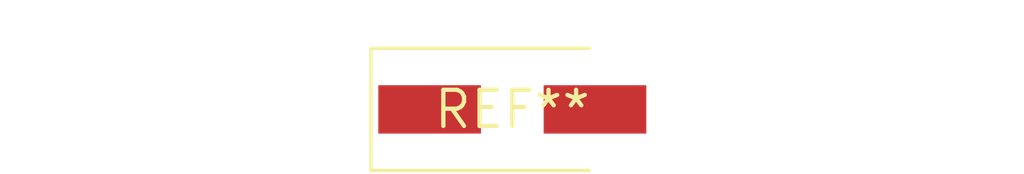
<source format=kicad_pcb>
(kicad_pcb (version 20240108) (generator pcbnew)
  (layers (0 "F.Cu" signal) (31 "B.Cu" signal) (34 "B.Paste" user) (35 "F.Paste" user) (36 "B.SilkS" user "B.Silkscreen") (37 "F.SilkS" user "F.Silkscreen") (38 "B.Mask" user) (39 "F.Mask" user) (44 "Edge.Cuts" user))
  (net 0 "")
  (footprint "D_SMA-SMB_Universal_Handsoldering" (layer "F.Cu") (at 0 0)
    (property "Reference" "REF**")
    (property "Value" "D_SMA-SMB_Universal_Handsoldering")
    (fp_line (start -4.96 -2.15) (end -4.96 2.15) (layer "F.SilkS") (stroke (width 0.12)))
    (fp_line (start -4.96 -2.15) (end 2.7 -2.15) (layer "F.SilkS") (stroke (width 0.12)))
    (fp_line (start -4.96 2.15) (end 2.7 2.15) (layer "F.SilkS") (stroke (width 0.12)))
    (pad "1" smd trapezoid (at -2.9 0) (size 3.6 1.7) (layers "F.Cu" "F.Paste" "F.Mask"))
    (pad "2" smd trapezoid (at 2.9 0 180) (size 3.6 1.7) (layers "F.Cu" "F.Paste" "F.Mask"))
  )
)
</source>
